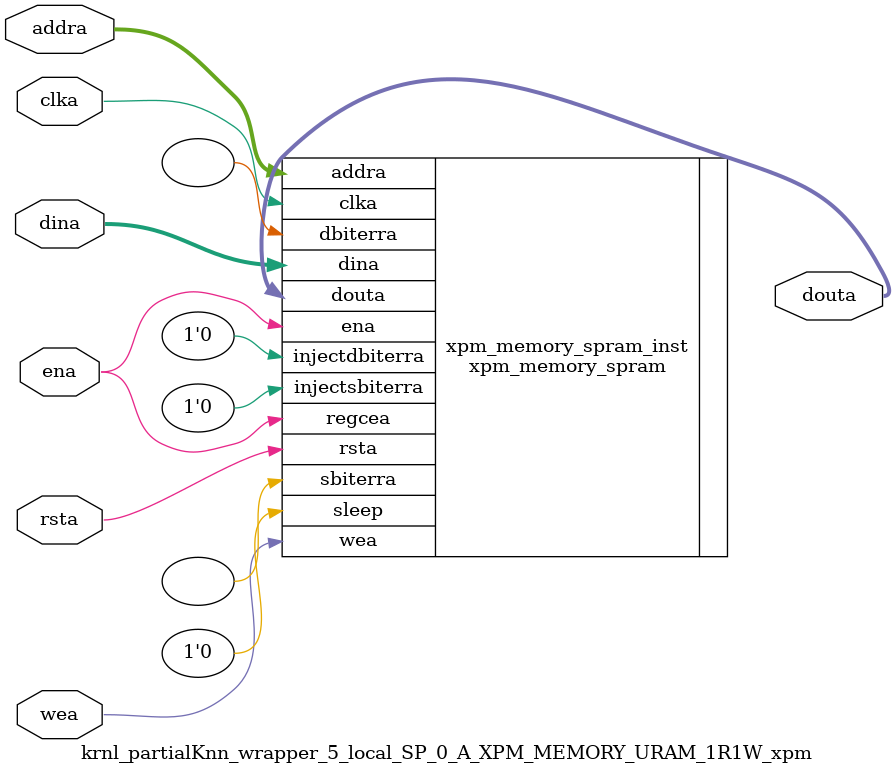
<source format=v>
`timescale 1 ns / 1 ps
module krnl_partialKnn_wrapper_5_local_SP_0_A_XPM_MEMORY_URAM_1R1W_xpm # (
  // Common module parameters
  parameter integer                 MEMORY_SIZE        = 524288,
  parameter                         MEMORY_PRIMITIVE   = "ultra",
  parameter                         ECC_MODE           = "no_ecc",
  parameter                         MEMORY_INIT_FILE   = "none",
  parameter                         WAKEUP_TIME        = "disable_sleep",
  parameter integer                 MESSAGE_CONTROL    = 0,
  // Port A module parameters
  parameter integer                 WRITE_DATA_WIDTH_A = 256,
  parameter integer                 READ_DATA_WIDTH_A  = WRITE_DATA_WIDTH_A,
  parameter integer                 BYTE_WRITE_WIDTH_A = WRITE_DATA_WIDTH_A,
  parameter integer                 ADDR_WIDTH_A       = 11,
  parameter                         READ_RESET_VALUE_A = "0",
  parameter integer                 READ_LATENCY_A     = 1,
  parameter                         WRITE_MODE_A       = "read_first"
) (
  // Port A module ports
  input  wire                                               clka,
  input  wire                                               rsta,
  input  wire                                               ena,
  input  wire [(WRITE_DATA_WIDTH_A/BYTE_WRITE_WIDTH_A)-1:0] wea,
  input  wire [ADDR_WIDTH_A-1:0]                            addra,
  input  wire [WRITE_DATA_WIDTH_A-1:0]                      dina,
  output wire [READ_DATA_WIDTH_A-1:0]                       douta
);
// Set parameter values and connect ports to instantiate an XPM_MEMORY single port RAM configuration
xpm_memory_spram # (
  // Common module parameters
  .MEMORY_SIZE        (MEMORY_SIZE),   //positive integer
  .MEMORY_PRIMITIVE   (MEMORY_PRIMITIVE),      //string; "auto", "distributed", "block" or "ultra";
  .ECC_MODE           (ECC_MODE),      //do not change
  .MEMORY_INIT_FILE   (MEMORY_INIT_FILE), //string; "none" or "<filename>.mem" 
  .MEMORY_INIT_PARAM  (""), //string;
  .WAKEUP_TIME        (WAKEUP_TIME),      //string; "disable_sleep" or "use_sleep_pin"
  .MESSAGE_CONTROL    (MESSAGE_CONTROL),      //do not change
  // Port A module parameters
  .WRITE_DATA_WIDTH_A (WRITE_DATA_WIDTH_A),     //positive integer
  .READ_DATA_WIDTH_A  (READ_DATA_WIDTH_A),     //positive integer
  .BYTE_WRITE_WIDTH_A (BYTE_WRITE_WIDTH_A),     //integer; 8, 9, or WRITE_DATA_WIDTH_A value
  .ADDR_WIDTH_A       (ADDR_WIDTH_A),      //positive integer
  .READ_RESET_VALUE_A (READ_RESET_VALUE_A),  //string
  .READ_LATENCY_A     (READ_LATENCY_A),      //non-negative integer
  .WRITE_MODE_A       (WRITE_MODE_A)       //string; "write_first", "read_first", "no_change"
) xpm_memory_spram_inst (
  // Common module ports
  .sleep          (1'b0),  //do not change
  // Port A module ports
  .clka           (clka),
  .rsta           (rsta),
  .ena            (ena),
  .regcea         (ena),
  .wea            (wea),
  .addra          (addra),
  .dina           (dina),
  .injectsbiterra (1'b0),  //do not change
  .injectdbiterra (1'b0),  //do not change
  .douta          (douta),
  .sbiterra       (),      //do not change
  .dbiterra       ()       //do not change
);
endmodule
</source>
